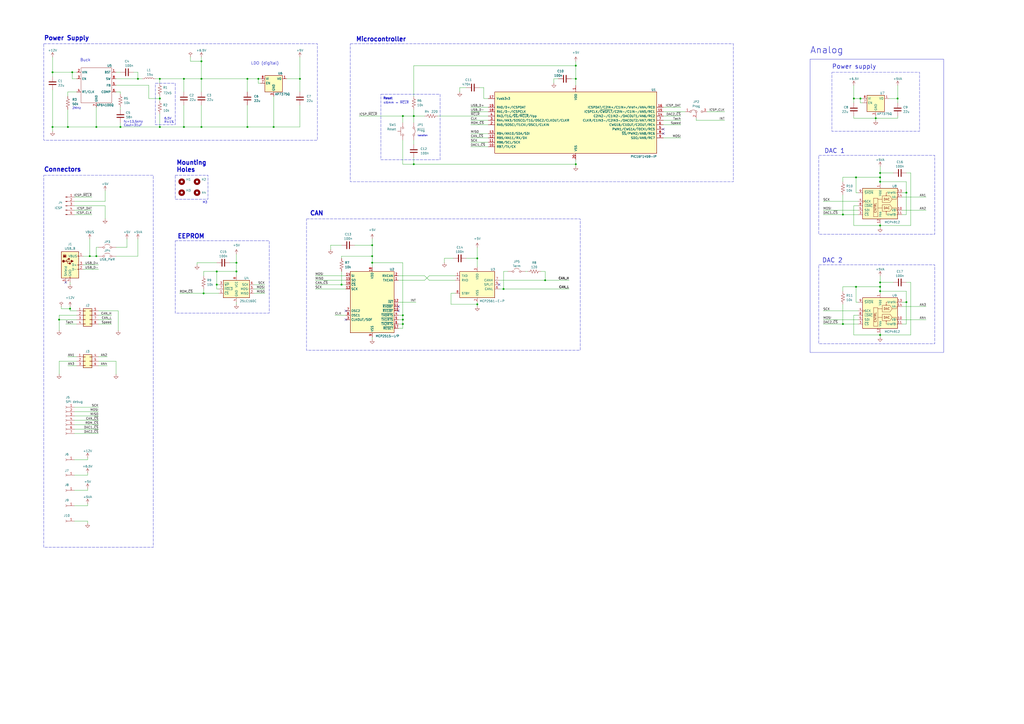
<source format=kicad_sch>
(kicad_sch (version 20250114) (generator "eeschema") (generator_version "9.0")
  (paper "A2")
  (rectangle (start 482.6 41.91) (end 533.4 76.2) (stroke (width 0) (type dash)))
  (rectangle (start 25.4 25.4) (end 184.15 81.28) (stroke (width 0) (type dash)))
  (rectangle (start 101.6 139.7) (end 156.21 181.61) (stroke (width 0) (type dash)))
  (rectangle (start 101.6 101.5999) (end 120.65 115.5699) (stroke (width 0) (type dash)))
  (rectangle (start 90.17 48.26) (end 101.6 72.39) (stroke (width 0) (type dash)))
  (rectangle (start 220.98 54.61) (end 255.27 92.71) (stroke (width 0) (type dash)))
  (rectangle (start 474.98 153.67) (end 542.29 199.39) (stroke (width 0) (type dash)))
  (rectangle (start 177.8 127) (end 336.55 203.2) (stroke (width 0) (type dash)))
  (rectangle (start 25.4 101.6) (end 88.9 317.5) (stroke (width 0) (type dash)))
  (rectangle (start 474.98 90.17) (end 542.29 135.89) (stroke (width 0) (type dash)))
  (rectangle (start 203.2 25.4) (end 425.45 105.41) (stroke (width 0) (type dash)))
  (rectangle (start 469.9 34.29) (end 547.37 204.47))
  (text "Connectors" (at 25.4 98.425 0) (effects (font (size 2.54 2.54) (thickness 0.508) (bold yes)) (justify left)))
  (text "Power Supply" (at 25.4 22.225 0) (effects (font (size 2.54 2.54) (thickness 0.508) (bold yes)) (justify left)))
  (text "LDO (digital)" (at 153.67 36.83 0) (effects (font (size 1.651 1.651))))
  (text "CAN" (at 179.705 123.825 0) (effects (font (size 2.54 2.54) (thickness 0.508) (bold yes)) (justify left)))
  (text "2MHz\n" (at 44.45 62.865 0) (effects (font (size 1.27 1.27))))
  (text "6.5V\nR±1%" (at 95.25 69.85 0) (effects (font (size 1.27 1.27)) (justify left)))
  (text "Reset" (at 222.25 57.15 0) (effects (font (size 1.27 1.27) (thickness 0.254) (bold yes)) (justify left)))
  (text "fc=13.5kHz\nCout=31uF" (at 71.755 71.755 0) (effects (font (size 1.27 1.27)) (justify left)))
  (text "Mounting\nHoles" (at 102.235 96.5199 0) (effects (font (size 2.54 2.54) (thickness 0.508) (bold yes)) (justify left)))
  (text "Power supply" (at 482.6 38.735 0) (effects (font (size 2.54 2.54) (thickness 0.254) (bold yes)) (justify left)))
  (text "M3\n" (at 117.475 117.4749 0) (effects (font (size 1.27 1.27)) (justify left)))
  (text "EEPROM" (at 102.87 137.16 0) (effects (font (size 2.54 2.54) (thickness 0.508) (bold yes)) (justify left)))
  (text "≤6mm ↔ ~{MCLR}" (at 222.25 59.69 0) (effects (font (size 1.27 1.27)) (justify left)))
  (text "DAC 1" (at 478.155 87.63 0) (effects (font (size 2.54 2.54) (thickness 0.254) (bold yes)) (justify left)))
  (text "Buck" (at 49.53 34.925 0) (effects (font (size 1.651 1.651))))
  (text "Microcontroller" (at 206.375 22.86 0) (effects (font (size 2.54 2.54) (thickness 0.508) (bold yes)) (justify left)))
  (text "Analog" (at 469.9 29.21 0) (effects (font (size 3.81 3.81) (thickness 0.254) (bold yes)) (justify left)))
  (text "Isolation" (at 245.11 78.74 0) (effects (font (size 0.889 0.889))))
  (text "DAC 2" (at 476.885 151.13 0) (effects (font (size 2.54 2.54) (thickness 0.254) (bold yes)) (justify left)))
  (junction (at 510.54 166.37))
  (junction (at 106.68 45.72))
  (junction (at 510.54 168.91))
  (junction (at 137.16 157.48))
  (junction (at 510.54 100.33))
  (junction (at 55.88 73.66))
  (junction (at 116.84 73.66))
  (junction (at 39.37 73.66))
  (junction (at 106.68 73.66))
  (junction (at 233.68 185.42))
  (junction (at 173.99 45.72))
  (junction (at 34.29 185.42))
  (junction (at 496.57 166.37))
  (junction (at 137.16 152.4))
  (junction (at 525.78 111.76))
  (junction (at 143.51 73.66))
  (junction (at 488.95 187.96))
  (junction (at 92.71 73.66))
  (junction (at 334.01 38.1))
  (junction (at 508 68.58))
  (junction (at 233.68 182.88))
  (junction (at 334.01 45.72))
  (junction (at 495.3 57.15))
  (junction (at 55.88 148.59))
  (junction (at 488.95 124.46))
  (junction (at 40.64 179.07))
  (junction (at 510.54 130.81))
  (junction (at 334.01 95.25))
  (junction (at 149.86 45.72))
  (junction (at 30.48 41.91))
  (junction (at 158.75 73.66))
  (junction (at 215.9 142.24))
  (junction (at 80.01 45.72))
  (junction (at 240.03 67.31))
  (junction (at 510.54 102.87))
  (junction (at 510.54 194.31))
  (junction (at 92.71 57.15))
  (junction (at 525.78 175.26))
  (junction (at 30.48 73.66))
  (junction (at 92.71 45.72))
  (junction (at 276.86 176.53))
  (junction (at 116.84 35.56))
  (junction (at 215.9 152.4))
  (junction (at 520.7 57.15))
  (junction (at 276.86 149.86))
  (junction (at 316.23 162.56))
  (junction (at 125.73 165.1))
  (junction (at 41.91 41.91))
  (junction (at 510.54 163.83))
  (junction (at 499.11 57.15))
  (junction (at 118.11 170.18))
  (junction (at 52.07 148.59))
  (junction (at 215.9 148.59))
  (junction (at 496.57 102.87))
  (junction (at 198.12 165.1))
  (junction (at 125.73 157.48))
  (junction (at 510.54 105.41))
  (junction (at 69.85 73.66))
  (junction (at 240.03 95.25))
  (junction (at 233.68 67.31))
  (junction (at 233.68 187.96))
  (junction (at 143.51 45.72))
  (junction (at 116.84 45.72))
  (junction (at 292.1 167.64))
  (no_connect (at 38.1 163.83))
  (no_connect (at 231.14 177.8))
  (no_connect (at 200.66 185.42))
  (no_connect (at 289.56 165.1))
  (no_connect (at 200.66 180.34))
  (no_connect (at 384.81 74.93))
  (no_connect (at 384.81 77.47))
  (no_connect (at 231.14 180.34))
  (wire (pts (xy 231.14 162.56) (xy 246.38 162.56)))
  (wire (pts (xy 240.03 95.25) (xy 240.03 91.44)))
  (wire (pts (xy 499.11 57.15) (xy 495.3 57.15)))
  (wire (pts (xy 116.84 33.02) (xy 116.84 35.56)))
  (wire (pts (xy 215.9 142.24) (xy 215.9 148.59)))
  (wire (pts (xy 50.8 302.26) (xy 50.8 303.53)))
  (wire (pts (xy 44.45 185.42) (xy 34.29 185.42)))
  (wire (pts (xy 57.15 182.88) (xy 64.77 182.88)))
  (wire (pts (xy 106.68 45.72) (xy 116.84 45.72)))
  (wire (pts (xy 495.3 182.88) (xy 497.84 182.88)))
  (wire (pts (xy 292.1 157.48) (xy 294.64 157.48)))
  (wire (pts (xy 44.45 209.55) (xy 34.29 209.55)))
  (wire (pts (xy 233.68 187.96) (xy 233.68 185.42)))
  (wire (pts (xy 495.3 119.38) (xy 497.84 119.38)))
  (wire (pts (xy 240.03 38.1) (xy 334.01 38.1)))
  (wire (pts (xy 231.14 187.96) (xy 233.68 187.96)))
  (wire (pts (xy 44.45 41.91) (xy 41.91 41.91)))
  (wire (pts (xy 384.81 80.01) (xy 394.97 80.01)))
  (wire (pts (xy 508 67.31) (xy 508 68.58)))
  (wire (pts (xy 289.56 167.64) (xy 292.1 167.64)))
  (wire (pts (xy 510.54 168.91) (xy 510.54 170.18)))
  (wire (pts (xy 215.9 195.58) (xy 215.9 196.85)))
  (wire (pts (xy 60.96 116.84) (xy 60.96 110.49)))
  (wire (pts (xy 67.31 53.34) (xy 69.85 53.34)))
  (wire (pts (xy 499.11 59.69) (xy 499.11 57.15)))
  (wire (pts (xy 80.01 45.72) (xy 82.55 45.72)))
  (wire (pts (xy 48.26 153.67) (xy 57.15 153.67)))
  (wire (pts (xy 127 165.1) (xy 125.73 165.1)))
  (wire (pts (xy 262.89 149.86) (xy 257.81 149.86)))
  (wire (pts (xy 496.57 175.26) (xy 496.57 166.37)))
  (wire (pts (xy 149.86 48.26) (xy 149.86 45.72)))
  (wire (pts (xy 488.95 187.96) (xy 497.84 187.96)))
  (wire (pts (xy 118.11 157.48) (xy 125.73 157.48)))
  (wire (pts (xy 92.71 73.66) (xy 106.68 73.66)))
  (wire (pts (xy 240.03 38.1) (xy 240.03 55.88)))
  (wire (pts (xy 403.86 69.85) (xy 420.37 69.85)))
  (wire (pts (xy 523.24 124.46) (xy 525.78 124.46)))
  (wire (pts (xy 44.45 53.34) (xy 39.37 53.34)))
  (wire (pts (xy 477.52 180.34) (xy 497.84 180.34)))
  (wire (pts (xy 510.54 193.04) (xy 510.54 194.31)))
  (wire (pts (xy 233.68 185.42) (xy 233.68 182.88)))
  (wire (pts (xy 510.54 194.31) (xy 510.54 195.58)))
  (wire (pts (xy 525.78 168.91) (xy 510.54 168.91)))
  (wire (pts (xy 69.85 53.34) (xy 69.85 54.61)))
  (wire (pts (xy 499.11 57.15) (xy 500.38 57.15)))
  (wire (pts (xy 149.86 45.72) (xy 151.13 45.72)))
  (wire (pts (xy 198.12 165.1) (xy 198.12 157.48)))
  (wire (pts (xy 57.15 209.55) (xy 67.31 209.55)))
  (wire (pts (xy 34.29 185.42) (xy 34.29 191.77)))
  (wire (pts (xy 44.45 182.88) (xy 34.29 182.88)))
  (wire (pts (xy 116.84 45.72) (xy 143.51 45.72)))
  (wire (pts (xy 43.18 243.84) (xy 57.15 243.84)))
  (wire (pts (xy 273.05 82.55) (xy 283.21 82.55)))
  (wire (pts (xy 495.3 130.81) (xy 510.54 130.81)))
  (wire (pts (xy 523.24 177.8) (xy 537.21 177.8)))
  (wire (pts (xy 151.13 48.26) (xy 149.86 48.26)))
  (wire (pts (xy 384.81 72.39) (xy 394.97 72.39)))
  (wire (pts (xy 528.32 130.81) (xy 510.54 130.81)))
  (wire (pts (xy 50.8 275.59) (xy 50.8 274.32)))
  (wire (pts (xy 182.88 165.1) (xy 198.12 165.1)))
  (wire (pts (xy 43.18 246.38) (xy 57.15 246.38)))
  (wire (pts (xy 497.84 111.76) (xy 496.57 111.76)))
  (wire (pts (xy 158.75 73.66) (xy 143.51 73.66)))
  (wire (pts (xy 523.24 114.3) (xy 537.21 114.3)))
  (wire (pts (xy 55.88 148.59) (xy 57.15 148.59)))
  (wire (pts (xy 30.48 41.91) (xy 30.48 44.45)))
  (wire (pts (xy 273.05 69.85) (xy 283.21 69.85)))
  (wire (pts (xy 182.88 160.02) (xy 200.66 160.02)))
  (wire (pts (xy 525.78 105.41) (xy 525.78 111.76)))
  (wire (pts (xy 496.57 102.87) (xy 510.54 102.87)))
  (wire (pts (xy 496.57 111.76) (xy 496.57 102.87)))
  (wire (pts (xy 525.78 168.91) (xy 525.78 175.26)))
  (wire (pts (xy 194.31 182.88) (xy 200.66 182.88)))
  (wire (pts (xy 477.52 185.42) (xy 497.84 185.42)))
  (wire (pts (xy 39.37 53.34) (xy 39.37 55.88)))
  (wire (pts (xy 92.71 66.04) (xy 92.71 73.66)))
  (wire (pts (xy 57.15 180.34) (xy 68.58 180.34)))
  (wire (pts (xy 118.11 160.02) (xy 118.11 157.48)))
  (wire (pts (xy 384.81 62.23) (xy 394.97 62.23)))
  (wire (pts (xy 334.01 45.72) (xy 331.47 45.72)))
  (wire (pts (xy 334.01 49.53) (xy 334.01 45.72)))
  (wire (pts (xy 215.9 148.59) (xy 215.9 152.4)))
  (wire (pts (xy 143.51 45.72) (xy 143.51 53.34)))
  (wire (pts (xy 384.81 67.31) (xy 394.97 67.31)))
  (wire (pts (xy 208.28 67.31) (xy 233.68 67.31)))
  (wire (pts (xy 510.54 163.83) (xy 510.54 166.37)))
  (wire (pts (xy 68.58 180.34) (xy 68.58 191.77)))
  (wire (pts (xy 495.3 130.81) (xy 495.3 119.38)))
  (wire (pts (xy 523.24 185.42) (xy 537.21 185.42)))
  (wire (pts (xy 39.37 63.5) (xy 39.37 73.66)))
  (wire (pts (xy 50.8 293.37) (xy 50.8 292.1)))
  (wire (pts (xy 43.18 114.3) (xy 53.34 114.3)))
  (wire (pts (xy 191.77 142.24) (xy 191.77 144.78)))
  (wire (pts (xy 92.71 45.72) (xy 92.71 48.26)))
  (wire (pts (xy 57.15 212.09) (xy 62.23 212.09)))
  (wire (pts (xy 510.54 160.02) (xy 510.54 163.83)))
  (wire (pts (xy 528.32 163.83) (xy 528.32 194.31)))
  (wire (pts (xy 60.96 119.38) (xy 60.96 127)))
  (wire (pts (xy 283.21 57.15) (xy 280.67 57.15)))
  (wire (pts (xy 528.32 100.33) (xy 528.32 130.81)))
  (wire (pts (xy 173.99 45.72) (xy 173.99 53.34)))
  (wire (pts (xy 125.73 167.64) (xy 125.73 165.1)))
  (wire (pts (xy 525.78 105.41) (xy 510.54 105.41)))
  (wire (pts (xy 40.64 179.07) (xy 35.56 179.07)))
  (wire (pts (xy 495.3 67.31) (xy 495.3 68.58)))
  (wire (pts (xy 125.73 157.48) (xy 137.16 157.48)))
  (wire (pts (xy 55.88 143.51) (xy 57.15 143.51)))
  (wire (pts (xy 118.11 170.18) (xy 118.11 167.64)))
  (wire (pts (xy 67.31 209.55) (xy 67.31 217.17)))
  (wire (pts (xy 137.16 152.4) (xy 137.16 157.48)))
  (wire (pts (xy 147.32 170.18) (xy 153.67 170.18)))
  (wire (pts (xy 106.68 73.66) (xy 116.84 73.66)))
  (wire (pts (xy 280.67 50.8) (xy 278.13 50.8)))
  (wire (pts (xy 50.8 284.48) (xy 50.8 283.21)))
  (wire (pts (xy 520.7 68.58) (xy 520.7 67.31)))
  (wire (pts (xy 116.84 60.96) (xy 116.84 73.66)))
  (wire (pts (xy 55.88 62.23) (xy 55.88 73.66)))
  (wire (pts (xy 384.81 64.77) (xy 397.51 64.77)))
  (wire (pts (xy 270.51 149.86) (xy 276.86 149.86)))
  (wire (pts (xy 43.18 275.59) (xy 50.8 275.59)))
  (wire (pts (xy 273.05 80.01) (xy 283.21 80.01)))
  (wire (pts (xy 41.91 45.72) (xy 41.91 41.91)))
  (wire (pts (xy 198.12 149.86) (xy 198.12 148.59)))
  (wire (pts (xy 280.67 57.15) (xy 280.67 50.8)))
  (wire (pts (xy 266.7 50.8) (xy 266.7 53.34)))
  (wire (pts (xy 30.48 73.66) (xy 30.48 76.2)))
  (wire (pts (xy 488.95 102.87) (xy 496.57 102.87)))
  (wire (pts (xy 520.7 57.15) (xy 515.62 57.15)))
  (wire (pts (xy 44.45 180.34) (xy 40.64 180.34)))
  (wire (pts (xy 257.81 149.86) (xy 257.81 152.4)))
  (wire (pts (xy 316.23 157.48) (xy 316.23 162.56)))
  (wire (pts (xy 39.37 207.01) (xy 44.45 207.01)))
  (wire (pts (xy 495.3 57.15) (xy 495.3 49.53)))
  (wire (pts (xy 233.68 67.31) (xy 233.68 71.12)))
  (wire (pts (xy 92.71 57.15) (xy 86.36 57.15)))
  (wire (pts (xy 233.68 152.4) (xy 233.68 182.88)))
  (wire (pts (xy 38.1 187.96) (xy 44.45 187.96)))
  (wire (pts (xy 92.71 45.72) (xy 106.68 45.72)))
  (wire (pts (xy 43.18 251.46) (xy 57.15 251.46)))
  (wire (pts (xy 57.15 185.42) (xy 64.77 185.42)))
  (wire (pts (xy 240.03 81.28) (xy 240.03 83.82)))
  (wire (pts (xy 233.68 152.4) (xy 215.9 152.4)))
  (wire (pts (xy 86.36 49.53) (xy 67.31 49.53)))
  (wire (pts (xy 510.54 105.41) (xy 510.54 106.68)))
  (wire (pts (xy 57.15 187.96) (xy 64.77 187.96)))
  (wire (pts (xy 40.64 180.34) (xy 40.64 179.07)))
  (wire (pts (xy 273.05 77.47) (xy 283.21 77.47)))
  (wire (pts (xy 158.75 55.88) (xy 158.75 73.66)))
  (wire (pts (xy 200.66 165.1) (xy 198.12 165.1)))
  (wire (pts (xy 30.48 33.02) (xy 30.48 41.91)))
  (wire (pts (xy 316.23 162.56) (xy 330.2 162.56)))
  (wire (pts (xy 233.68 67.31) (xy 240.03 67.31)))
  (wire (pts (xy 528.32 194.31) (xy 510.54 194.31)))
  (wire (pts (xy 198.12 148.59) (xy 215.9 148.59)))
  (wire (pts (xy 92.71 57.15) (xy 92.71 58.42)))
  (wire (pts (xy 173.99 73.66) (xy 158.75 73.66)))
  (wire (pts (xy 525.78 175.26) (xy 525.78 187.96)))
  (wire (pts (xy 510.54 96.52) (xy 510.54 100.33)))
  (wire (pts (xy 231.14 190.5) (xy 233.68 190.5)))
  (wire (pts (xy 304.8 157.48) (xy 306.07 157.48)))
  (wire (pts (xy 104.14 170.18) (xy 118.11 170.18)))
  (wire (pts (xy 495.3 194.31) (xy 510.54 194.31)))
  (wire (pts (xy 270.51 50.8) (xy 266.7 50.8)))
  (wire (pts (xy 334.01 95.25) (xy 334.01 96.52)))
  (wire (pts (xy 410.21 64.77) (xy 420.37 64.77)))
  (wire (pts (xy 55.88 73.66) (xy 39.37 73.66)))
  (wire (pts (xy 510.54 100.33) (xy 518.16 100.33)))
  (wire (pts (xy 43.18 241.3) (xy 57.15 241.3)))
  (wire (pts (xy 40.64 179.07) (xy 40.64 177.8)))
  (wire (pts (xy 43.18 238.76) (xy 57.15 238.76)))
  (wire (pts (xy 510.54 166.37) (xy 510.54 168.91)))
  (wire (pts (xy 488.95 168.91) (xy 488.95 166.37)))
  (wire (pts (xy 500.38 59.69) (xy 499.11 59.69)))
  (wire (pts (xy 55.88 148.59) (xy 55.88 143.51)))
  (wire (pts (xy 116.84 35.56) (xy 116.84 45.72)))
  (wire (pts (xy 67.31 148.59) (xy 80.01 148.59)))
  (wire (pts (xy 254 67.31) (xy 283.21 67.31)))
  (wire (pts (xy 106.68 45.72) (xy 106.68 53.34)))
  (wire (pts (xy 523.24 175.26) (xy 525.78 175.26)))
  (wire (pts (xy 48.26 148.59) (xy 52.07 148.59)))
  (wire (pts (xy 233.68 81.28) (xy 233.68 95.25)))
  (wire (pts (xy 92.71 73.66) (xy 69.85 73.66)))
  (wire (pts (xy 52.07 148.59) (xy 55.88 148.59)))
  (wire (pts (xy 43.18 284.48) (xy 50.8 284.48)))
  (wire (pts (xy 488.95 166.37) (xy 496.57 166.37)))
  (wire (pts (xy 273.05 64.77) (xy 283.21 64.77)))
  (wire (pts (xy 488.95 124.46) (xy 497.84 124.46)))
  (wire (pts (xy 520.7 49.53) (xy 520.7 57.15)))
  (wire (pts (xy 69.85 62.23) (xy 69.85 63.5)))
  (wire (pts (xy 147.32 167.64) (xy 153.67 167.64)))
  (wire (pts (xy 510.54 102.87) (xy 510.54 105.41)))
  (wire (pts (xy 57.15 207.01) (xy 62.23 207.01)))
  (wire (pts (xy 173.99 33.02) (xy 173.99 45.72)))
  (wire (pts (xy 44.45 45.72) (xy 41.91 45.72)))
  (wire (pts (xy 496.57 166.37) (xy 510.54 166.37)))
  (wire (pts (xy 276.86 176.53) (xy 276.86 177.8)))
  (wire (pts (xy 77.47 41.91) (xy 80.01 41.91)))
  (wire (pts (xy 248.92 160.02) (xy 246.38 162.56)))
  (wire (pts (xy 39.37 212.09) (xy 44.45 212.09)))
  (wire (pts (xy 90.17 45.72) (xy 92.71 45.72)))
  (wire (pts (xy 495.3 68.58) (xy 508 68.58)))
  (wire (pts (xy 488.95 113.03) (xy 488.95 124.46)))
  (wire (pts (xy 321.31 45.72) (xy 323.85 45.72)))
  (wire (pts (xy 137.16 175.26) (xy 137.16 176.53)))
  (wire (pts (xy 34.29 209.55) (xy 34.29 217.17)))
  (wire (pts (xy 231.14 182.88) (xy 233.68 182.88)))
  (wire (pts (xy 495.3 57.15) (xy 495.3 59.69)))
  (wire (pts (xy 137.16 157.48) (xy 137.16 160.02)))
  (wire (pts (xy 125.73 157.48) (xy 125.73 165.1)))
  (wire (pts (xy 510.54 130.81) (xy 510.54 132.08)))
  (wire (pts (xy 313.69 157.48) (xy 316.23 157.48)))
  (wire (pts (xy 92.71 55.88) (xy 92.71 57.15)))
  (wire (pts (xy 334.01 92.71) (xy 334.01 95.25)))
  (wire (pts (xy 116.84 45.72) (xy 116.84 53.34)))
  (wire (pts (xy 477.52 187.96) (xy 488.95 187.96)))
  (wire (pts (xy 276.86 175.26) (xy 276.86 176.53)))
  (wire (pts (xy 67.31 45.72) (xy 80.01 45.72)))
  (wire (pts (xy 43.18 248.92) (xy 57.15 248.92)))
  (wire (pts (xy 173.99 60.96) (xy 173.99 73.66)))
  (wire (pts (xy 495.3 194.31) (xy 495.3 182.88)))
  (wire (pts (xy 34.29 182.88) (xy 34.29 185.42)))
  (wire (pts (xy 292.1 167.64) (xy 292.1 157.48)))
  (wire (pts (xy 80.01 41.91) (xy 80.01 45.72)))
  (wire (pts (xy 182.88 167.64) (xy 200.66 167.64)))
  (wire (pts (xy 50.8 266.7) (xy 50.8 265.43)))
  (wire (pts (xy 43.18 293.37) (xy 50.8 293.37)))
  (wire (pts (xy 143.51 73.66) (xy 116.84 73.66)))
  (wire (pts (xy 69.85 73.66) (xy 55.88 73.66)))
  (wire (pts (xy 133.35 152.4) (xy 137.16 152.4)))
  (wire (pts (xy 273.05 72.39) (xy 283.21 72.39)))
  (wire (pts (xy 67.31 41.91) (xy 69.85 41.91)))
  (wire (pts (xy 137.16 147.32) (xy 137.16 152.4)))
  (wire (pts (xy 240.03 95.25) (xy 334.01 95.25)))
  (wire (pts (xy 69.85 71.12) (xy 69.85 73.66)))
  (wire (pts (xy 525.78 100.33) (xy 528.32 100.33)))
  (wire (pts (xy 198.12 142.24) (xy 191.77 142.24)))
  (wire (pts (xy 261.62 170.18) (xy 264.16 170.18)))
  (wire (pts (xy 215.9 138.43) (xy 215.9 142.24)))
  (wire (pts (xy 510.54 100.33) (xy 510.54 102.87)))
  (wire (pts (xy 110.49 35.56) (xy 110.49 33.02)))
  (wire (pts (xy 43.18 116.84) (xy 60.96 116.84)))
  (wire (pts (xy 240.03 67.31) (xy 246.38 67.31)))
  (wire (pts (xy 523.24 111.76) (xy 525.78 111.76)))
  (wire (pts (xy 289.56 162.56) (xy 316.23 162.56)))
  (wire (pts (xy 48.26 156.21) (xy 57.15 156.21)))
  (wire (pts (xy 30.48 52.07) (xy 30.48 73.66)))
  (wire (pts (xy 73.66 143.51) (xy 73.66 138.43)))
  (wire (pts (xy 43.18 119.38) (xy 60.96 119.38)))
  (wire (pts (xy 52.07 138.43) (xy 52.07 148.59)))
  (wire (pts (xy 520.7 59.69) (xy 520.7 57.15)))
  (wire (pts (xy 240.03 67.31) (xy 240.03 71.12)))
  (wire (pts (xy 215.9 152.4) (xy 215.9 154.94)))
  (wire (pts (xy 233.68 95.25) (xy 240.03 95.25)))
  (wire (pts (xy 147.32 165.1) (xy 153.67 165.1)))
  (wire (pts (xy 35.56 179.07) (xy 35.56 177.8)))
  (wire (pts (xy 106.68 60.96) (xy 106.68 73.66)))
  (wire (pts (xy 261.62 176.53) (xy 261.62 170.18)))
  (wire (pts (xy 41.91 41.91) (xy 30.48 41.91)))
  (wire (pts (xy 43.18 124.46) (xy 53.34 124.46)))
  (wire (pts (xy 40.64 163.83) (xy 40.64 165.1)))
  (wire (pts (xy 127 167.64) (xy 125.73 167.64)))
  (wire (pts (xy 43.18 302.26) (xy 50.8 302.26)))
  (wire (pts (xy 523.24 121.92) (xy 537.21 121.92)))
  (wire (pts (xy 384.81 69.85) (xy 394.97 69.85)))
  (wire (pts (xy 205.74 142.24) (xy 215.9 142.24)))
  (wire (pts (xy 508 68.58) (xy 520.7 68.58)))
  (wire (pts (xy 231.14 160.02) (xy 246.38 160.02)))
  (wire (pts (xy 488.95 105.41) (xy 488.95 102.87)))
  (wire (pts (xy 488.95 176.53) (xy 488.95 187.96)))
  (wire (pts (xy 143.51 60.96) (xy 143.51 73.66)))
  (wire (pts (xy 276.86 176.53) (xy 261.62 176.53)))
  (wire (pts (xy 321.31 48.26) (xy 321.31 45.72)))
  (wire (pts (xy 523.24 187.96) (xy 525.78 187.96)))
  (wire (pts (xy 67.31 143.51) (xy 73.66 143.51)))
  (wire (pts (xy 43.18 236.22) (xy 57.15 236.22)))
  (wire (pts (xy 477.52 124.46) (xy 488.95 124.46)))
  (wire (pts (xy 149.86 45.72) (xy 143.51 45.72)))
  (wire (pts (xy 114.3 152.4) (xy 114.3 153.67)))
  (wire (pts (xy 86.36 57.15) (xy 86.36 49.53)))
  (wire (pts (xy 114.3 152.4) (xy 125.73 152.4)))
  (wire (pts (xy 497.84 175.26) (xy 496.57 175.26)))
  (wire (pts (xy 403.86 68.58) (xy 403.86 69.85)))
  (wire (pts (xy 508 68.58) (xy 508 69.85)))
  (wire (pts (xy 334.01 38.1) (xy 334.01 45.72)))
  (wire (pts (xy 116.84 35.56) (xy 110.49 35.56)))
  (wire (pts (xy 276.86 143.51) (xy 276.86 149.86)))
  (wire (pts (xy 127 170.18) (xy 118.11 170.18)))
  (wire (pts (xy 233.68 190.5) (xy 233.68 187.96)))
  (wire (pts (xy 39.37 73.66) (xy 30.48 73.66)))
  (wire (pts (xy 525.78 163.83) (xy 528.32 163.83)))
  (wire (pts (xy 510.54 163.83) (xy 518.16 163.83)))
  (wire (pts (xy 477.52 121.92) (xy 497.84 121.92)))
  (wire (pts (xy 334.01 35.56) (xy 334.01 38.1)))
  (wire (pts (xy 292.1 167.64) (xy 330.2 167.64)))
  (wire (pts (xy 231.14 175.26) (xy 241.3 175.26)))
  (wire (pts (xy 166.37 45.72) (xy 173.99 45.72)))
  (wire (pts (xy 231.14 185.42) (xy 233.68 185.42)))
  (wire (pts (xy 510.54 129.54) (xy 510.54 130.81)))
  (wire (pts (xy 43.18 266.7) (xy 50.8 266.7)))
  (wire (pts (xy 273.05 62.23) (xy 283.21 62.23)))
  (wire (pts (xy 248.92 162.56) (xy 264.16 162.56)))
  (wire (pts (xy 477.52 116.84) (xy 497.84 116.84)))
  (wire (pts (xy 273.05 85.09) (xy 283.21 85.09)))
  (wire (pts (xy 182.88 162.56) (xy 200.66 162.56)))
  (wire (pts (xy 248.92 160.02) (xy 264.16 160.02)))
  (wire (pts (xy 246.38 160.02) (xy 248.92 162.56)))
  (wire (pts (xy 525.78 111.76) (xy 525.78 124.46)))
  (wire (pts (xy 240.03 63.5) (xy 240.03 67.31)))
  (wire (pts (xy 43.18 121.92) (xy 53.34 121.92)))
  (wire (pts (xy 80.01 148.59) (xy 80.01 138.43)))
  (wire (pts (xy 276.86 149.86) (xy 276.86 154.94)))
  (label "DAC1_~{CS}" (at 477.52 124.46 0))
  (label "MISO" (at 57.15 241.3 180))
  (label "CAN_H" (at 330.2 162.56 180) (effects (font (thickness 0.254) (bold yes))))
  (label "SCK" (at 153.67 165.1 180) (effects (font (thickness 0.1588))))
  (label "Speed" (at 64.77 187.96 180) (effects (font (thickness 0.1588))))
  (label "CLK" (at 273.05 69.85 0))
  (label "MOSI" (at 394.97 80.01 180) (effects (font (thickness 0.1588))))
  (label "ICSP_DAT" (at 394.97 62.23 180))
  (label "CAN_L" (at 64.77 185.42 180))
  (label "ROM_~{CS}" (at 104.14 170.18 0) (effects (font (thickness 0.1588))))
  (label "MOSI" (at 182.88 160.02 0) (effects (font (thickness 0.1588))))
  (label "DAC1_~{CS}" (at 273.05 85.09 0))
  (label "AN3" (at 39.37 212.09 0) (effects (font (thickness 0.1588))))
  (label "Speed" (at 394.97 72.39 180))
  (label "AN1" (at 537.21 114.3 180))
  (label "CAN_~{CS}" (at 273.05 80.01 0))
  (label "CAN_~{CS}" (at 57.15 243.84 180))
  (label "INT" (at 420.37 69.85 180))
  (label "CLK" (at 194.31 182.88 0))
  (label "MISO" (at 153.67 170.18 180) (effects (font (thickness 0.1588))))
  (label "INT" (at 241.3 175.26 180) (effects (font (thickness 0.1588))))
  (label "MOSI" (at 153.67 167.64 180) (effects (font (thickness 0.1588))))
  (label "ICSP_CLK" (at 53.34 124.46 180))
  (label "AN2" (at 62.23 207.01 180) (effects (font (thickness 0.1588))))
  (label "SCK" (at 273.05 82.55 0) (effects (font (thickness 0.1588))))
  (label "Tach" (at 38.1 187.96 0) (effects (font (thickness 0.1588))))
  (label "CAN_~{CS}" (at 182.88 165.1 0) (effects (font (thickness 0.1588))))
  (label "ICSP_CLK" (at 420.37 64.77 180))
  (label "USB_D+" (at 273.05 62.23 0))
  (label "SCK" (at 477.52 180.34 0) (effects (font (thickness 0.1588))))
  (label "ROM_~{CS}" (at 57.15 246.38 180))
  (label "AN1" (at 39.37 207.01 0) (effects (font (thickness 0.1588))))
  (label "DAC2_~{CS}" (at 394.97 67.31 180))
  (label "USB_D-" (at 273.05 64.77 0))
  (label "SCK" (at 57.15 236.22 180))
  (label "AN4" (at 62.23 212.09 180) (effects (font (thickness 0.1588))))
  (label "MOSI" (at 477.52 121.92 0))
  (label "AN4" (at 537.21 185.42 180))
  (label "MISO" (at 182.88 162.56 0) (effects (font (thickness 0.1588))))
  (label "DAC1_~{CS}" (at 57.15 248.92 180))
  (label "MOSI" (at 57.15 238.76 180))
  (label "~{MCLR}" (at 273.05 67.31 0))
  (label "AN3" (at 537.21 177.8 180))
  (label "DAC2_~{CS}" (at 57.15 251.46 180))
  (label "USB_D-" (at 57.15 156.21 180))
  (label "AN2" (at 537.21 121.92 180))
  (label "USB_D+" (at 57.15 153.67 180))
  (label "SCK" (at 182.88 167.64 0) (effects (font (thickness 0.1588))))
  (label "Tach" (at 394.97 69.85 180))
  (label "ROM_~{CS}" (at 273.05 72.39 0))
  (label "ICSP_DAT" (at 53.34 121.92 180))
  (label "ICSP_~{MCLR}" (at 53.34 114.3 180))
  (label "MISO" (at 273.05 77.47 0) (effects (font (thickness 0.1588))))
  (label "ICSP_~{MCLR}" (at 208.28 67.31 0))
  (label "MOSI" (at 477.52 185.42 0))
  (label "CAN_L" (at 330.2 167.64 180) (effects (font (thickness 0.254) (bold yes))))
  (label "SCK" (at 477.52 116.84 0) (effects (font (thickness 0.1588))))
  (label "DAC2_~{CS}" (at 477.52 187.96 0))
  (label "CAN_H" (at 64.77 182.88 180) (effects (font (thickness 0.1588))))
  (symbol (lib_id "power:GND") (at 215.9 196.85 0) (unit 1)
    (property "Reference" "#PWR028" (effects (hide yes)))
    (property "Value" "GND" (effects (hide yes)))
    (property "Description" "Power symbol creates a global label with name \"GND\" , ground" (effects (hide yes)))
  )
  (symbol (lib_id "Connector:USB_B") (at 40.64 153.67 0) (unit 1)
    (property "Reference" "J1" (at 40.64 141.605 0))
    (property "Value" "USB_B" (at 40.64 144.145 0))
    (property "Description" "USB Type B connector" (effects (hide yes)))
  )
  (symbol (lib_id "power:GND") (at 50.8 303.53 0) (unit 1)
    (property "Reference" "#PWR039" (effects (hide yes)))
    (property "Value" "GND" (effects (hide yes)))
    (property "Description" "Power symbol creates a global label with name \"GND\" , ground" (effects (hide yes)))
  )
  (symbol (lib_id "Device:C") (at 173.99 57.15 0) (unit 1)
    (property "Reference" "C7" (at 177.8 55.8799 0) (effects (justify left)))
    (property "Value" "22u" (at 177.8 58.4199 0) (effects (justify left)))
    (property "Description" "Unpolarized capacitor" (effects (hide yes)))
  )
  (symbol (lib_id "power:+12V") (at 40.64 177.8 0) (unit 1)
    (property "Reference" "#PWR029" (effects (hide yes)))
    (property "Value" "+12V" (at 40.64 172.72 0))
    (property "Description" "Power symbol creates a global label with name \"+12V\"" (effects (hide yes)))
  )
  (symbol (lib_id "power:GND") (at 68.58 191.77 0) (unit 1)
    (property "Reference" "#PWR033" (effects (hide yes)))
    (property "Value" "GND" (effects (hide yes)))
    (property "Description" "Power symbol creates a global label with name \"GND\" , ground" (effects (hide yes)))
  )
  (symbol (lib_id "Device:C") (at 129.54 152.4 90) (unit 1)
    (property "Reference" "C15" (at 129.54 146.05 90))
    (property "Value" "100n" (at 129.54 148.59 90))
    (property "Description" "Unpolarized capacitor" (effects (hide yes)))
  )
  (symbol (lib_id "Jumper:Jumper_2_Bridged") (at 240.03 76.2 270) (mirror x) (unit 1)
    (property "Reference" "JP1" (at 241.935 72.39 90) (effects (justify left)))
    (property "Value" "~{Prog}" (at 241.935 75.565 90) (effects (justify left)))
    (property "Description" "Jumper, 2-pole, closed/bridged" (effects (hide yes)))
  )
  (symbol (lib_id "Device:C") (at 266.7 149.86 90) (unit 1)
    (property "Reference" "C14" (at 266.7 143.51 90))
    (property "Value" "100n" (at 266.7 146.05 90))
    (property "Description" "Unpolarized capacitor" (effects (hide yes)))
  )
  (symbol (lib_id "power:+5V") (at 173.99 33.02 0) (unit 1)
    (property "Reference" "#PWR06" (effects (hide yes)))
    (property "Value" "+5V" (at 173.99 29.21 0))
    (property "Description" "Power symbol creates a global label with name \"+5V\"" (effects (hide yes)))
  )
  (symbol (lib_id "Device:C") (at 106.68 57.15 180) (unit 1)
    (property "Reference" "C2" (at 111.125 55.245 0))
    (property "Value" "22u" (at 111.76 57.785 0))
    (property "Description" "Unpolarized capacitor" (effects (hide yes)))
  )
  (symbol (lib_id "Device:C") (at 30.48 48.26 0) (unit 1)
    (property "Reference" "C1" (at 34.925 46.99 0))
    (property "Value" "22u" (at 35.56 49.53 0))
    (property "Description" "Unpolarized capacitor" (effects (hide yes)))
  )
  (symbol (lib_id "Device:C") (at 495.3 63.5 0) (unit 1)
    (property "Reference" "C8" (at 492.125 62.23 0) (effects (justify right)))
    (property "Value" "22u" (at 492.125 64.77 0) (effects (justify right)))
    (property "Description" "Unpolarized capacitor" (effects (hide yes)))
  )
  (symbol (lib_id "Memory_EEPROM:25LCxxx") (at 137.16 167.64 0) (unit 1)
    (property "Reference" "U4" (at 141.605 161.29 0) (effects (justify left)))
    (property "Value" "25LC160C" (at 139.065 174.625 0) (effects (justify left)))
    (property "Datasheet" "http://ww1.microchip.com/downloads/en/DeviceDoc/21832H.pdf" (effects (hide yes)))
    (property "Description" "SPI Serial EEPROM, DIP-8/SOIC-8/TSSOP-8" (effects (hide yes)))
  )
  (symbol (lib_id "Jumper:Jumper_3_Bridged12") (at 403.86 64.77 0) (unit 1) (in_bom no)
    (property "Reference" "JP2" (at 403.86 59.055 0))
    (property "Value" "Prog" (at 403.86 61.595 0))
    (property "Description" "Jumper, 3-pole, pins 1+2 closed/bridged" (effects (hide yes)))
  )
  (symbol (lib_id "power:GND") (at 510.54 132.08 0) (unit 1)
    (property "Reference" "#PWR017" (effects (hide yes)))
    (property "Value" "GND" (effects (hide yes)))
    (property "Description" "Power symbol creates a global label with name \"GND\" , ground" (effects (hide yes)))
  )
  (symbol (lib_id "power:PWR_FLAG") (at 110.49 33.02 0) (unit 1)
    (property "Reference" "#FLG02" (effects (hide yes)))
    (property "Value" "+6.5V" (effects (hide yes)))
    (property "Description" "Special symbol for telling ERC where power comes from" (effects (hide yes)))
  )
  (symbol (lib_id "power:GND") (at 510.54 195.58 0) (unit 1)
    (property "Reference" "#PWR019" (effects (hide yes)))
    (property "Value" "GND" (effects (hide yes)))
    (property "Description" "Power symbol creates a global label with name \"GND\" , ground" (effects (hide yes)))
  )
  (symbol (lib_id "power:GND") (at 334.01 96.52 0) (unit 1)
    (property "Reference" "#PWR01" (effects (hide yes)))
    (property "Value" "GND" (effects (hide yes)))
    (property "Description" "Power symbol creates a global label with name \"GND\" , ground" (effects (hide yes)))
  )
  (symbol (lib_id "Device:R_US") (at 198.12 153.67 0) (unit 1)
    (property "Reference" "R7" (at 200.025 152.4 0) (effects (justify left)))
    (property "Value" "10k" (at 200.025 154.94 0) (effects (justify left)))
    (property "Description" "Resistor, US symbol" (effects (hide yes)))
  )
  (symbol (lib_id "Device:R_US") (at 118.11 163.83 0) (unit 1)
    (property "Reference" "R9" (at 120.015 162.56 0) (effects (justify left)))
    (property "Value" "10k" (at 120.015 165.1 0) (effects (justify left)))
    (property "Description" "Resistor, US symbol" (effects (hide yes)))
  )
  (symbol (lib_id "Mechanical:MountingHole") (at 105.41 105.4099 0) (unit 1) (exclude_from_sim yes) (in_bom no)
    (property "Reference" "H1" (at 107.95 104.1398 0) (effects (justify left)))
    (property "Value" "MountingHole" (effects (hide yes)))
    (property "Footprint" "MountingHole:MountingHole_3.2mm_M3_DIN965" (effects (hide yes)))
    (property "Description" "Mounting Hole without connection" (effects (hide yes)))
  )
  (symbol (lib_id "power:GND") (at 67.31 217.17 0) (unit 1)
    (property "Reference" "#PWR035" (effects (hide yes)))
    (property "Value" "GND" (effects (hide yes)))
    (property "Description" "Power symbol creates a global label with name \"GND\" , ground" (effects (hide yes)))
  )
  (symbol (lib_id "Connector:Conn_01x07_Socket") (at 38.1 243.84 0) (mirror y) (unit 1)
    (property "Reference" "J5" (at 38.1 230.505 0) (effects (justify right)))
    (property "Value" "SPI debug" (at 38.1 233.045 0) (effects (justify right)))
    (property "Description" "Generic connector, single row, 01x07, script generated" (effects (hide yes)))
  )
  (symbol (lib_id "Jumper:Jumper_2_Open") (at 62.23 143.51 0) (unit 1)
    (property "Reference" "JP3" (at 62.23 140.335 0))
    (property "Value" "USB_PWR" (effects (hide yes)))
    (property "Description" "Jumper, 2-pole, open" (effects (hide yes)))
  )
  (symbol (lib_id "symbols:AP64100") (at 55.88 49.53 0) (unit 1)
    (property "Reference" "U5" (at 63.5 38.1 0))
    (property "Value" "AP64100Q" (at 60.96 60.96 0))
    (property "Footprint" "Package_SO:Diodes_SO-8EP" (effects (hide yes)))
    (property "Datasheet" "https://www.diodes.com/assets/Datasheets/AP64100.pdf" (effects (hide yes)))
    (property "Description" "3.8V to40V input, 1A low IQ synchronous buck with adjustable frequency" (effects (hide yes)))
  )
  (symbol (lib_id "Device:C") (at 143.51 57.15 0) (unit 1)
    (property "Reference" "C6" (at 147.32 55.8799 0) (effects (justify left)))
    (property "Value" "22u" (at 147.32 58.4199 0) (effects (justify left)))
    (property "Description" "Unpolarized capacitor" (effects (hide yes)))
  )
  (symbol (lib_id "Jumper:Jumper_2_Open") (at 62.23 148.59 0) (unit 1)
    (property "Reference" "JP4" (at 62.23 145.415 0))
    (property "Value" "USB_PWR" (at 62.23 150.495 0))
    (property "Description" "Jumper, 2-pole, open" (effects (hide yes)))
  )
  (symbol (lib_id "Device:C") (at 201.93 142.24 90) (unit 1)
    (property "Reference" "C13" (at 201.93 135.89 90))
    (property "Value" "100n" (at 201.93 138.43 90))
    (property "Description" "Unpolarized capacitor" (effects (hide yes)))
  )
  (symbol (lib_id "Connector_Generic:Conn_02x04_Top_Bottom") (at 49.53 182.88 0) (unit 1)
    (property "Reference" "J2" (at 50.8 177.165 0))
    (property "Value" "Conn_02x04_Top_Bottom" (effects (hide yes)))
    (property "Footprint" "Connector_Molex:Molex_Mini-Fit_Jr_5569-08A2_2x04_P4.20mm_Horizontal" (effects (hide yes)))
    (property "Datasheet" "https://www.molex.com/en-us/products/part-detail/39300080?display=pdf" (effects (hide yes)))
    (property "Description" "Generic connector, double row, 02x04, top/bottom pin numbering scheme (row 1: 1...pins_per_row, row2: pins_per_row+1 ... num_pins), script generated (kicad-library-utils/schlib/autogen/connector/)" (effects (hide yes)))
  )
  (symbol (lib_id "Device:R_US") (at 69.85 58.42 180) (unit 1)
    (property "Reference" "R5" (at 73.025 57.15 0))
    (property "Value" "10k" (at 73.66 59.69 0))
    (property "Description" "Resistor, US symbol" (effects (hide yes)))
  )
  (symbol (lib_id "Device:C") (at 520.7 63.5 0) (unit 1)
    (property "Reference" "C9" (at 523.875 62.23 0) (effects (justify left)))
    (property "Value" "22u" (at 523.875 64.77 0) (effects (justify left)))
    (property "Description" "Unpolarized capacitor" (effects (hide yes)))
  )
  (symbol (lib_id "Device:R_US") (at 39.37 59.69 0) (unit 1)
    (property "Reference" "R3" (at 41.91 57.7849 0) (effects (justify left)))
    (property "Value" "50k" (at 41.91 60.3249 0) (effects (justify left)))
    (property "Description" "Resistor, US symbol" (effects (hide yes)))
  )
  (symbol (lib_id "Device:C") (at 240.03 87.63 0) (unit 1)
    (property "Reference" "C12" (at 243.84 86.3599 0) (effects (justify left)))
    (property "Value" "100n" (at 243.84 88.8999 0) (effects (justify left)))
    (property "Description" "Unpolarized capacitor" (effects (hide yes)))
  )
  (symbol (lib_id "Device:R_US") (at 92.71 62.23 180) (unit 1)
    (property "Reference" "R2" (at 95.885 60.96 0))
    (property "Value" "10k" (at 96.52 64.135 0))
    (property "Description" "Resistor, US symbol" (effects (hide yes)))
  )
  (symbol (lib_id "power:GND") (at 508 69.85 0) (unit 1)
    (property "Reference" "#PWR022" (effects (hide yes)))
    (property "Value" "GND" (effects (hide yes)))
    (property "Description" "Power symbol creates a global label with name \"GND\" , ground" (effects (hide yes)))
  )
  (symbol (lib_id "power:+5V") (at 73.66 138.43 0) (unit 1)
    (property "Reference" "#PWR032" (effects (hide yes)))
    (property "Value" "+5V" (at 73.66 134.62 0))
    (property "Description" "Power symbol creates a global label with name \"+5V\"" (effects (hide yes)))
  )
  (symbol (lib_id "Device:C") (at 521.97 163.83 90) (unit 1)
    (property "Reference" "C17" (at 521.97 157.48 90))
    (property "Value" "100n" (at 521.97 160.02 90))
    (property "Description" "Unpolarized capacitor" (effects (hide yes)))
  )
  (symbol (lib_id "Analog_DAC:MCP4912") (at 510.54 116.84 0) (unit 1)
    (property "Reference" "U8" (at 517.525 107.95 0) (effects (justify left)))
    (property "Value" "MCP4912" (at 513.08 128.905 0) (effects (justify left)))
    (property "Datasheet" "http://ww1.microchip.com/downloads/en/DeviceDoc/22250A.pdf" (effects (hide yes)))
    (property "Description" "2-Channel 10-Bit D/A Converters with SPI Interface" (effects (hide yes)))
  )
  (symbol (lib_id "Device:R_US") (at 250.19 67.31 90) (unit 1)
    (property "Reference" "R4" (at 247.65 64.77 90))
    (property "Value" "220" (at 252.095 64.77 90))
    (property "Description" "Resistor, US symbol" (effects (hide yes)))
  )
  (symbol (lib_id "Connector:Conn_01x01_Socket") (at 38.1 266.7 0) (mirror y) (unit 1)
    (property "Reference" "J6" (at 38.735 263.525 0))
    (property "Value" "Conn_01x01_Socket" (effects (hide yes)))
    (property "Description" "Generic connector, single row, 01x01, script generated" (effects (hide yes)))
  )
  (symbol (lib_id "power:GND") (at 34.29 191.77 0) (unit 1)
    (property "Reference" "#PWR030" (effects (hide yes)))
    (property "Value" "GND" (effects (hide yes)))
    (property "Description" "Power symbol creates a global label with name \"GND\" , ground" (effects (hide yes)))
  )
  (symbol (lib_id "Connector:Conn_01x01_Socket") (at 38.1 293.37 0) (mirror y) (unit 1)
    (property "Reference" "J9" (at 38.735 290.195 0))
    (property "Value" "Conn_01x01_Socket" (effects (hide yes)))
    (property "Description" "Generic connector, single row, 01x01, script generated" (effects (hide yes)))
  )
  (symbol (lib_id "power:GND") (at 40.64 165.1 0) (unit 1)
    (property "Reference" "#PWR08" (effects (hide yes)))
    (property "Value" "GND" (effects (hide yes)))
    (property "Description" "Power symbol creates a global label with name \"GND\" , ground" (effects (hide yes)))
  )
  (symbol (lib_id "Device:C") (at 73.66 41.91 270) (unit 1)
    (property "Reference" "C4" (at 73.66 35.56 90))
    (property "Value" "100n" (at 74.93 38.1 90))
    (property "Description" "Unpolarized capacitor" (effects (hide yes)))
  )
  (symbol (lib_id "power:+6V") (at 50.8 274.32 0) (unit 1)
    (property "Reference" "#PWR014" (effects (hide yes)))
    (property "Value" "+6.5V" (at 50.8 270.51 0))
    (property "Description" "Power symbol creates a global label with name \"+6V\"" (effects (hide yes)))
  )
  (symbol (lib_id "power:+12V") (at 30.48 33.02 0) (unit 1)
    (property "Reference" "#PWR04" (effects (hide yes)))
    (property "Value" "+12V" (at 30.48 29.21 0))
    (property "Description" "Power symbol creates a global label with name \"+12V\"" (effects (hide yes)))
  )
  (symbol (lib_id "Connector_Generic:Conn_02x03_Top_Bottom") (at 49.53 209.55 0) (unit 1)
    (property "Reference" "J3" (at 50.8 203.835 0))
    (property "Value" "Analog" (effects (hide yes)))
    (property "Description" "Generic connector, double row, 02x03, top/bottom pin numbering scheme (row 1: 1...pins_per_row, row2: pins_per_row+1 ... num_pins), script generated (kicad-library-utils/schlib/autogen/connector/)" (effects (hide yes)))
  )
  (symbol (lib_id "Connector:Conn_01x01_Socket") (at 38.1 275.59 0) (mirror y) (unit 1)
    (property "Reference" "J7" (at 38.735 273.05 0))
    (property "Value" "Conn_01x01_Socket" (effects (hide yes)))
    (property "Description" "Generic connector, single row, 01x01, script generated" (effects (hide yes)))
  )
  (symbol (lib_id "Interface_CAN_LIN:MCP2561-E-P") (at 276.86 165.1 0) (unit 1)
    (property "Reference" "U3" (at 284.48 156.21 0) (effects (justify left)))
    (property "Value" "MCP2561-E-P" (at 278.13 174.625 0) (effects (justify left)))
    (property "Footprint" "Package_DIP:DIP-8_W7.62mm" (effects (hide yes)))
    (property "Datasheet" "http://ww1.microchip.com/downloads/en/DeviceDoc/25167A.pdf" (effects (hide yes)))
    (property "Description" "High-Speed CAN Transceiver, 1Mbps, 5V supply, SPLIT pin, -40C to +125C, DIP-8" (effects (hide yes)))
  )
  (symbol (lib_id "symbols:AP7375Q") (at 508 57.15 0) (unit 1)
    (property "Reference" "U7" (at 511.81 53.975 0))
    (property "Value" "AP7375Q" (at 513.08 66.04 0))
    (property "Footprint" "Package_SO:Diodes_SO-8EP" (effects (hide yes)))
    (property "Datasheet" "https://www.diodes.com/assets/Datasheets/AP7375Q.pdf" (effects (hide yes)))
    (property "Description" "300mA LDO, automotive compliant, SO-8EP" (effects (hide yes)))
  )
  (symbol (lib_id "Connector:Conn_01x01_Socket") (at 38.1 302.26 0) (mirror y) (unit 1)
    (property "Reference" "J10" (at 38.735 299.085 0))
    (property "Value" "Conn_01x01_Socket" (effects (hide yes)))
    (property "Description" "Generic connector, single row, 01x01, script generated" (effects (hide yes)))
  )
  (symbol (lib_id "Mechanical:MountingHole") (at 114.3 111.7599 0) (unit 1) (exclude_from_sim yes) (in_bom no)
    (property "Reference" "H4" (at 116.84 111.7598 0) (effects (justify left)))
    (property "Value" "MountingHole" (effects (hide yes)))
    (property "Footprint" "MountingHole:MountingHole_3.2mm_M3_DIN965" (effects (hide yes)))
    (property "Description" "Mounting Hole without connection" (effects (hide yes)))
  )
  (symbol (lib_id "Device:R_US") (at 240.03 59.69 0) (unit 1)
    (property "Reference" "R6" (at 241.935 58.42 0) (effects (justify left)))
    (property "Value" "10k" (at 241.935 60.96 0) (effects (justify left)))
    (property "Description" "Resistor, US symbol" (effects (hide yes)))
  )
  (symbol (lib_id "power:+5VA") (at 510.54 160.02 0) (mirror y) (unit 1)
    (property "Reference" "#PWR018" (effects (hide yes)))
    (property "Value" "+5VA" (at 510.54 156.21 0))
    (property "Description" "Power symbol creates a global label with name \"+5VA\"" (effects (hide yes)))
  )
  (symbol (lib_id "power:GND") (at 137.16 176.53 0) (unit 1)
    (property "Reference" "#PWR011" (effects (hide yes)))
    (property "Value" "GND" (effects (hide yes)))
    (property "Description" "Power symbol creates a global label with name \"GND\" , ground" (effects (hide yes)))
  )
  (symbol (lib_id "power:GND") (at 321.31 48.26 0) (unit 1)
    (property "Reference" "#PWR03" (effects (hide yes)))
    (property "Value" "GND" (effects (hide yes)))
    (property "Description" "Power symbol creates a global label with name \"GND\" , ground" (effects (hide yes)))
  )
  (symbol (lib_id "power:GND") (at 257.81 152.4 0) (unit 1)
    (property "Reference" "#PWR024" (effects (hide yes)))
    (property "Value" "GND" (effects (hide yes)))
    (property "Description" "Power symbol creates a global label with name \"GND\" , ground" (effects (hide yes)))
  )
  (symbol (lib_id "Device:C") (at 327.66 45.72 270) (unit 1)
    (property "Reference" "C10" (at 325.12 41.275 90))
    (property "Value" "100n" (at 323.85 43.815 90))
    (property "Description" "Unpolarized capacitor" (effects (hide yes)))
  )
  (symbol (lib_id "power:+5V") (at 137.16 147.32 0) (unit 1)
    (property "Reference" "#PWR020" (effects (hide yes)))
    (property "Value" "+5V" (at 137.16 142.24 0))
    (property "Description" "Power symbol creates a global label with name \"+5V\"" (effects (hide yes)))
  )
  (symbol (lib_id "power:+5V") (at 215.9 138.43 0) (unit 1)
    (property "Reference" "#PWR027" (effects (hide yes)))
    (property "Value" "+5V" (at 215.9 133.35 0))
    (property "Description" "Power symbol creates a global label with name \"+5V\"" (effects (hide yes)))
  )
  (symbol (lib_id "Connector:Conn_01x05_Pin") (at 38.1 119.38 0) (unit 1)
    (property "Reference" "J4" (at 36.195 117.475 0) (effects (justify right)))
    (property "Value" "ICSP" (at 36.195 120.65 0) (effects (justify right)))
    (property "Description" "Generic connector, single row, 01x05, script generated" (effects (hide yes)))
  )
  (symbol (lib_id "power:+6V") (at 116.84 33.02 0) (unit 1)
    (property "Reference" "#PWR012" (effects (hide yes)))
    (property "Value" "+6.5V" (at 116.84 29.21 0))
    (property "Description" "Power symbol creates a global label with name \"+6V\"" (effects (hide yes)))
  )
  (symbol (lib_id "symbols:AP7375Q") (at 158.75 45.72 0) (unit 1)
    (property "Reference" "U6" (at 162.56 42.545 0))
    (property "Value" "AP7375Q" (at 163.83 54.61 0))
    (property "Footprint" "Package_SO:Diodes_SO-8EP" (effects (hide yes)))
    (property "Datasheet" "https://www.diodes.com/assets/Datasheets/AP7375Q.pdf" (effects (hide yes)))
    (property "Description" "300mA LDO, automotive compliant, SO-8EP" (effects (hide yes)))
  )
  (symbol (lib_id "power:GND") (at 60.96 127 0) (unit 1)
    (property "Reference" "#PWR09" (effects (hide yes)))
    (property "Value" "GND" (effects (hide yes)))
    (property "Description" "Power symbol creates a global label with name \"GND\" , ground" (effects (hide yes)))
  )
  (symbol (lib_id "Device:C") (at 69.85 67.31 180) (unit 1)
    (property "Reference" "C5" (at 74.295 65.405 0))
    (property "Value" "58n" (at 74.93 67.945 0))
    (property "Description" "Unpolarized capacitor" (effects (hide yes)))
  )
  (symbol (lib_id "power:GND") (at 114.3 153.67 0) (unit 1)
    (property "Reference" "#PWR021" (effects (hide yes)))
    (property "Value" "GND" (effects (hide yes)))
    (property "Description" "Power symbol creates a global label with name \"GND\" , ground" (effects (hide yes)))
  )
  (symbol (lib_id "Mechanical:MountingHole") (at 114.3 105.4099 0) (unit 1) (exclude_from_sim yes) (in_bom no)
    (property "Reference" "H2" (at 116.84 104.1398 0) (effects (justify left)))
    (property "Value" "MountingHole" (effects (hide yes)))
    (property "Footprint" "MountingHole:MountingHole_3.2mm_M3_DIN965" (effects (hide yes)))
    (property "Description" "Mounting Hole without connection" (effects (hide yes)))
  )
  (symbol (lib_id "power:+5V") (at 276.86 143.51 0) (unit 1)
    (property "Reference" "#PWR025" (effects (hide yes)))
    (property "Value" "+5V" (at 276.86 138.43 0))
    (property "Description" "Power symbol creates a global label with name \"+5V\"" (effects (hide yes)))
  )
  (symbol (lib_id "power:+5VA") (at 520.7 49.53 0) (mirror y) (unit 1)
    (property "Reference" "#PWR040" (effects (hide yes)))
    (property "Value" "+5VA" (at 520.7 45.72 0))
    (property "Description" "Power symbol creates a global label with name \"+5VA\"" (effects (hide yes)))
  )
  (symbol (lib_id "power:VBUS") (at 52.07 138.43 0) (unit 1)
    (property "Reference" "#PWR031" (effects (hide yes)))
    (property "Value" "VBUS" (at 52.07 134.62 0))
    (property "Description" "Power symbol creates a global label with name \"VBUS\"" (effects (hide yes)))
  )
  (symbol (lib_id "power:+5VA") (at 510.54 96.52 0) (mirror y) (unit 1)
    (property "Reference" "#PWR016" (effects (hide yes)))
    (property "Value" "+5VA" (at 510.54 92.71 0))
    (property "Description" "Power symbol creates a global label with name \"+5VA\"" (effects (hide yes)))
  )
  (symbol (lib_id "power:PWR_FLAG") (at 35.56 177.8 0) (unit 1)
    (property "Reference" "#FLG01" (effects (hide yes)))
    (property "Value" "+12V" (effects (hide yes)))
    (property "Description" "Special symbol for telling ERC where power comes from" (effects (hide yes)))
  )
  (symbol (lib_id "power:GND") (at 191.77 144.78 0) (unit 1)
    (property "Reference" "#PWR026" (effects (hide yes)))
    (property "Value" "GND" (effects (hide yes)))
    (property "Description" "Power symbol creates a global label with name \"GND\" , ground" (effects (hide yes)))
  )
  (symbol (lib_id "power:GND") (at 34.29 217.17 0) (unit 1)
    (property "Reference" "#PWR034" (effects (hide yes)))
    (property "Value" "GND" (effects (hide yes)))
    (property "Description" "Power symbol creates a global label with name \"GND\" , ground" (effects (hide yes)))
  )
  (symbol (lib_id "power:GND") (at 30.48 76.2 0) (unit 1)
    (property "Reference" "#PWR05" (effects (hide yes)))
    (property "Value" "GND" (effects (hide yes)))
    (property "Description" "Power symbol creates a global label with name \"GND\" , ground" (effects (hide yes)))
  )
  (symbol (lib_id "Jumper:Jumper_2_Open") (at 299.72 157.48 0) (unit 1)
    (property "Reference" "JP5" (at 299.72 151.765 0))
    (property "Value" "Term" (at 299.72 154.305 0))
    (property "Description" "Jumper, 2-pole, open" (effects (hide yes)))
  )
  (symbol (lib_id "power:+6V") (at 495.3 49.53 0) (unit 1)
    (property "Reference" "#PWR013" (effects (hide yes)))
    (property "Value" "+6.5V" (at 495.3 45.72 0))
    (property "Description" "Power symbol creates a global label with name \"+6V\"" (effects (hide yes)))
  )
  (symbol (lib_id "symbols:MCP2515-I/P") (at 215.9 175.26 0) (unit 1)
    (property "Reference" "U2" (at 226.06 156.21 0) (effects (justify left)))
    (property "Value" "MCP2515-I/P" (at 217.805 194.945 0) (effects (justify left)))
    (property "Footprint" "Package_DIP:DIP-18_W7.62mm" (effects (hide yes)))
    (property "Datasheet" "http://ww1.microchip.com/downloads/en/DeviceDoc/21801e.pdf" (effects (hide yes)))
    (property "Description" "Stand-Alone CAN Controller with SPI Interface, PDIP-18" (effects (hide yes)))
  )
  (symbol (lib_id "power:+5VA") (at 80.01 138.43 0) (mirror y) (unit 1)
    (property "Reference" "#PWR041" (effects (hide yes)))
    (property "Value" "+5VA" (at 80.01 134.62 0))
    (property "Description" "Power symbol creates a global label with name \"+5VA\"" (effects (hide yes)))
  )
  (symbol (lib_id "Mechanical:MountingHole") (at 105.41 111.7599 0) (unit 1) (exclude_from_sim yes) (in_bom no)
    (property "Reference" "H3" (at 107.95 110.4898 0) (effects (justify left)))
    (property "Value" "MountingHole" (effects (hide yes)))
    (property "Footprint" "MountingHole:MountingHole_3.2mm_M3_DIN965" (effects (hide yes)))
    (property "Description" "Mounting Hole without connection" (effects (hide yes)))
  )
  (symbol (lib_id "power:+5V") (at 60.96 110.49 0) (unit 1)
    (property "Reference" "#PWR010" (effects (hide yes)))
    (property "Value" "+5V" (at 60.96 106.68 0))
    (property "Description" "Power symbol creates a global label with name \"+5V\"" (effects (hide yes)))
  )
  (symbol (lib_id "Device:C") (at 521.97 100.33 90) (unit 1)
    (property "Reference" "C16" (at 521.97 93.98 90))
    (property "Value" "100n" (at 521.97 96.52 90))
    (property "Description" "Unpolarized capacitor" (effects (hide yes)))
  )
  (symbol (lib_id "Device:C") (at 116.84 57.15 180) (unit 1)
    (property "Reference" "C3" (at 121.285 55.245 0))
    (property "Value" "22u" (at 121.92 57.785 0))
    (property "Description" "Unpolarized capacitor" (effects (hide yes)))
  )
  (symbol (lib_id "power:+5VA") (at 50.8 292.1 0) (unit 1)
    (property "Reference" "#PWR038" (effects (hide yes)))
    (property "Value" "+5VA" (at 50.8 288.29 0))
    (property "Description" "Power symbol creates a global label with name \"+5VA\"" (effects (hide yes)))
  )
  (symbol (lib_id "power:+12V") (at 50.8 265.43 0) (unit 1)
    (property "Reference" "#PWR036" (effects (hide yes)))
    (property "Value" "+12V" (at 50.8 261.62 0))
    (property "Description" "Power symbol creates a global label with name \"+12V\"" (effects (hide yes)))
  )
  (symbol (lib_id "Analog_DAC:MCP4912") (at 510.54 180.34 0) (unit 1)
    (property "Reference" "U9" (at 517.525 171.45 0) (effects (justify left)))
    (property "Value" "MCP4912" (at 513.08 192.405 0) (effects (justify left)))
    (property "Datasheet" "http://ww1.microchip.com/downloads/en/DeviceDoc/22250A.pdf" (effects (hide yes)))
    (property "Description" "2-Channel 10-Bit D/A Converters with SPI Interface" (effects (hide yes)))
  )
  (symbol (lib_id "Device:R_US") (at 488.95 109.22 0) (unit 1)
    (property "Reference" "R10" (at 490.855 107.95 0) (effects (justify left)))
    (property "Value" "10k" (at 490.855 110.49 0) (effects (justify left)))
    (property "Description" "Resistor, US symbol" (effects (hide yes)))
  )
  (symbol (lib_id "Device:R_US") (at 92.71 52.07 180) (unit 1)
    (property "Reference" "R1" (at 95.885 50.8 0))
    (property "Value" "72k5" (at 97.155 53.975 0))
    (property "Description" "Resistor, US symbol" (effects (hide yes)))
  )
  (symbol (lib_id "power:GND") (at 276.86 177.8 0) (unit 1)
    (property "Reference" "#PWR023" (effects (hide yes)))
    (property "Value" "GND" (effects (hide yes)))
    (property "Description" "Power symbol creates a global label with name \"GND\" , ground" (effects (hide yes)))
  )
  (symbol (lib_id "Device:C") (at 274.32 50.8 270) (unit 1)
    (property "Reference" "C11" (at 271.78 46.355 90))
    (property "Value" "470n" (at 270.51 48.895 90))
    (property "Description" "Unpolarized capacitor" (effects (hide yes)))
  )
  (symbol (lib_id "MCU_Microchip_PIC16:PIC16F1459-IP") (at 334.01 67.31 0) (unit 1)
    (property "Reference" "U1" (at 377.825 52.07 0) (effects (justify left)))
    (property "Value" "PIC16F1459-IP" (at 365.76 90.805 0) (effects (justify left)))
    (property "Datasheet" "http://ww1.microchip.com/downloads/en/DeviceDoc/41639A.pdf" (effects (hide yes)))
    (property "Description" "PIC16F1454, 8192W FLASH, 1024B SRAM, PDIP-20" (effects (hide yes)))
  )
  (symbol (lib_id "power:+5V") (at 334.01 35.56 0) (unit 1)
    (property "Reference" "#PWR02" (effects (hide yes)))
    (property "Value" "+5V" (at 334.01 30.48 0))
    (property "Description" "Power symbol creates a global label with name \"+5V\"" (effects (hide yes)))
  )
  (symbol (lib_id "Device:R_US") (at 488.95 172.72 0) (unit 1)
    (property "Reference" "R11" (at 490.855 171.45 0) (effects (justify left)))
    (property "Value" "10k" (at 490.855 173.99 0) (effects (justify left)))
    (property "Description" "Resistor, US symbol" (effects (hide yes)))
  )
  (symbol (lib_id "power:GND") (at 266.7 53.34 0) (unit 1)
    (property "Reference" "#PWR07" (effects (hide yes)))
    (property "Value" "GND" (effects (hide yes)))
    (property "Description" "Power symbol creates a global label with name \"GND\" , ground" (effects (hide yes)))
  )
  (symbol (lib_id "Connector:Conn_01x01_Socket") (at 38.1 284.48 0) (mirror y) (unit 1)
    (property "Reference" "J8" (at 38.735 281.305 0))
    (property "Value" "Conn_01x01_Socket" (effects (hide yes)))
    (property "Description" "Generic connector, single row, 01x01, script generated" (effects (hide yes)))
  )
  (symbol (lib_id "power:+5V") (at 50.8 283.21 0) (unit 1)
    (property "Reference" "#PWR037" (effects (hide yes)))
    (property "Value" "+5V" (at 50.8 279.4 0))
    (property "Description" "Power symbol creates a global label with name \"+5V\"" (effects (hide yes)))
  )
  (symbol (lib_id "Device:R_US") (at 309.88 157.48 90) (unit 1)
    (property "Reference" "R8" (at 309.88 152.4 90))
    (property "Value" "120" (at 309.88 154.94 90))
    (property "Description" "Resistor, US symbol" (effects (hide yes)))
  )
  (symbol (lib_id "Device:L") (at 86.36 45.72 90) (unit 1)
    (property "Reference" "L1" (at 86.36 40.64 90))
    (property "Value" "15u" (at 86.995 43.18 90))
    (property "Description" "Inductor" (effects (hide yes)))
  )
  (symbol (lib_id "Switch:SW_Push") (at 233.68 76.2 90) (unit 1)
    (property "Reference" "SW1" (at 229.87 72.39 90) (effects (justify left)))
    (property "Value" "Reset" (at 229.87 74.93 90) (effects (justify left)))
    (property "Footprint" "Button_Switch_THT:SW_PUSH-12mm" (effects (hide yes)))
    (property "Description" "Push button switch, generic, two pins" (effects (hide yes)))
  )
)
</source>
